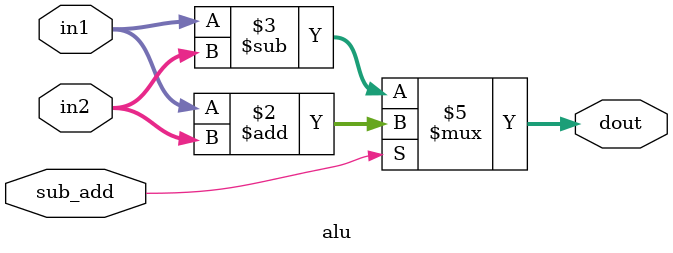
<source format=sv>
module alu(
  input [4:0]in1,in2,
  input sub_add,
  output reg [4:0]dout
);
  always@(*)begin
    if(sub_add)
      dout=in1+in2;
    else
      dout=in1-in2;
  end
endmodule

</source>
